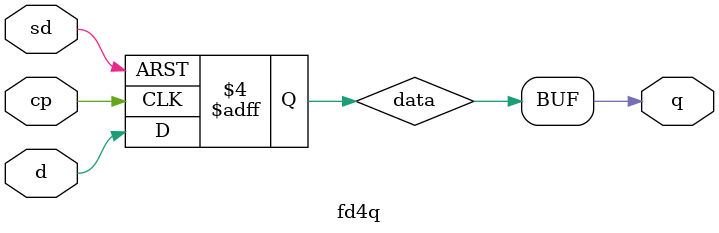
<source format=v>
`include "defs.v"

module fd4q
(
	output	q,
	input		d,
	input		cp,
	input		sd
);

reg	data = 1'b1;

assign q = data;

always @(posedge cp or negedge sd)
begin
	if (~sd) begin
		data <= 1'b1;
	end else begin
		data <= d;
	end
end

endmodule

</source>
